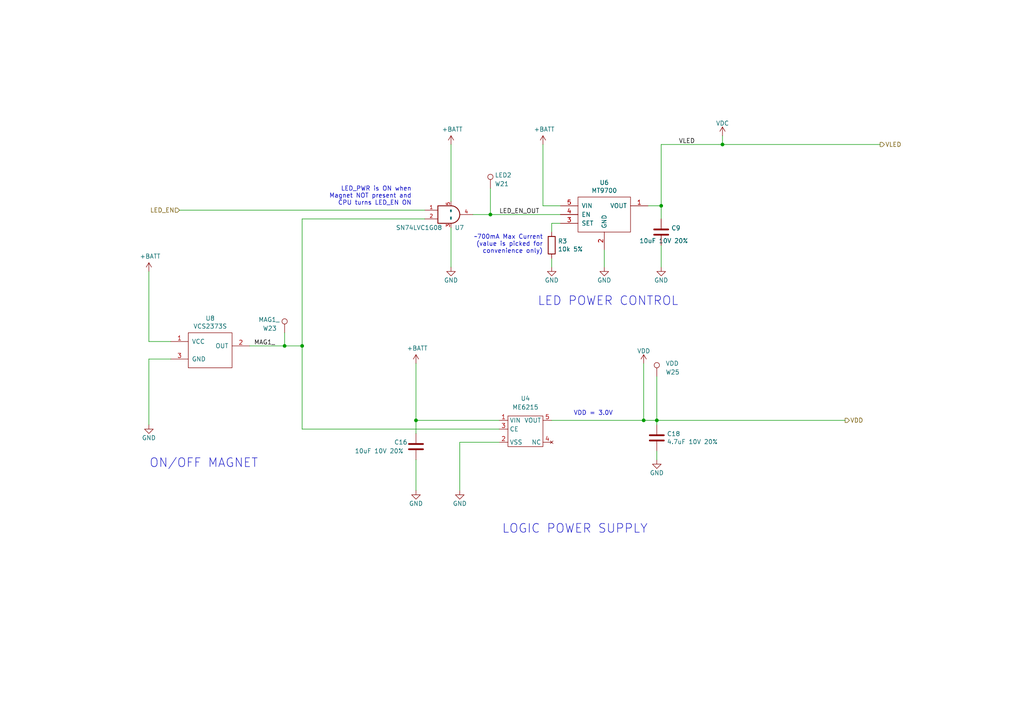
<source format=kicad_sch>
(kicad_sch (version 20230121) (generator eeschema)
  (paper "A4")
  (title_block (title "Pixels D20 Schematic, Power") (date "2020-04-13") (rev "2") (company "Systemic Games, LLC"))
  (lib_symbols
    (symbol "Device:C" (pin_numbers hide) (pin_names (offset 0.254))
      (property "Reference" "C" (at 0.635 2.54 0))
      (property "Value" "C" (at 0.635 -2.54 0))
      (symbol "C_0_1"
        (polyline (pts (xy -2.032 -0.762) (xy 2.032 -0.762)) (stroke (width 0.508)))
        (polyline (pts (xy -2.032 0.762) (xy 2.032 0.762)) (stroke (width 0.508)))
      )
      (symbol "C_1_1"
        (pin passive line (at 0 3.81 270) (length 2.794) (name "~") (number "1"))
        (pin passive line (at 0 -3.81 90) (length 2.794) (name "~") (number "2"))
      )
    )
    (symbol "Device:R" (pin_numbers hide) (pin_names (offset 0))
      (property "Reference" "R" (at 2.032 0 90))
      (property "Value" "R" (at 0 0 90))
      (symbol "R_0_1"
        (rectangle (start -1.016 -2.54) (end 1.016 2.54) (stroke (width 0.254)))
      )
      (symbol "R_1_1"
        (pin passive line (at 0 3.81 270) (length 1.27) (name "~") (number "1"))
        (pin passive line (at 0 -3.81 90) (length 1.27) (name "~") (number "2"))
      )
    )
    (symbol "Pixels-dice:74AHC1G08" (pin_names (offset 1.016))
      (property "Reference" "U" (at -2.54 3.81 0))
      (property "Value" "74AHC1G08" (at 0 -3.81 0))
      (symbol "74AHC1G08_0_1"
        (arc (start 0 -2.54) (mid 2.529 0) (end 0 2.54) (stroke (width 0.254)))
        (polyline (pts (xy 0 -2.54) (xy -3.81 -2.54) (xy -3.81 2.54) (xy 0 2.54)) (stroke (width 0.254)))
      )
      (symbol "74AHC1G08_1_1"
        (pin input line (at -7.62 1.27 0) (length 3.81) (name "~") (number "1"))
        (pin input line (at -7.62 -1.27 0) (length 3.81) (name "~") (number "2"))
        (pin power_in line (at 0 -3.81 90) (length 1.27) (name "GND") (number "3"))
        (pin output line (at 6.35 0 180) (length 3.81) (name "~") (number "4"))
        (pin power_in line (at 0 3.81 270) (length 1.27) (name "VCC") (number "5"))
      )
    )
    (symbol "Pixels-dice:ME6215"
      (property "Reference" "U" (at 3.175 -6.35 0))
      (property "Value" "ME6215" (at 0 5.08 0))
      (symbol "ME6215_0_1"
        (rectangle (start -5.08 3.81) (end 5.08 -5.08))
      )
      (symbol "ME6215_1_1"
        (pin power_in line (at -7.62 2.54 0) (length 2.54) (name "VIN") (number "1"))
        (pin power_in line (at -7.62 -3.81 0) (length 2.54) (name "VSS") (number "2"))
        (pin input line (at -7.62 0 0) (length 2.54) (name "CE") (number "3"))
        (pin no_connect line (at 7.62 -3.81 180) (length 2.54) (name "NC") (number "4"))
        (pin power_out line (at 7.62 2.54 180) (length 2.54) (name "VOUT") (number "5"))
      )
    )
    (symbol "Pixels-dice:MT9700" (pin_names (offset 1.016))
      (property "Reference" "U" (at 6.35 -6.35 0))
      (property "Value" "MT9700" (at 0 6.35 0))
      (symbol "MT9700_0_1"
        (rectangle (start -7.62 5.08) (end 7.62 -5.08))
      )
      (symbol "MT9700_1_1"
        (pin power_out line (at 12.7 2.54 180) (length 5.08) (name "VOUT") (number "1"))
        (pin power_in line (at 0 -10.16 90) (length 5.08) (name "GND") (number "2"))
        (pin input line (at -12.7 -2.54 0) (length 5.08) (name "SET") (number "3"))
        (pin input line (at -12.7 0 0) (length 5.08) (name "EN") (number "4"))
        (pin power_in line (at -12.7 2.54 0) (length 5.08) (name "VIN") (number "5"))
      )
    )
    (symbol "Pixels-dice:TEST_1P-conn" (pin_numbers hide) (pin_names (offset 0.762) hide)
      (property "Reference" "W" (at 0 6.858 0))
      (property "Value" "TEST_1P-conn" (at 0 5.08 0))
      (symbol "TEST_1P-conn_0_1"
        (circle (center 0 3.302) (radius 0.762))
      )
      (symbol "TEST_1P-conn_1_1"
        (pin passive line (at 0 0 90) (length 2.54) (name "1") (number "1"))
      )
    )
    (symbol "Pixels-dice:TMR1366" (pin_names (offset 1.016))
      (property "Reference" "U" (at 3.81 -6.35 0))
      (property "Value" "TMR1366" (at 0 6.35 0))
      (symbol "TMR1366_1_1"
        (rectangle (start -6.35 5.08) (end 6.35 -5.08))
        (pin power_in line (at -11.43 2.54 0) (length 5.08) (name "VCC") (number "1"))
        (pin output line (at 11.43 1.27 180) (length 5.08) (name "OUT") (number "2"))
        (pin power_in line (at -11.43 -2.54 0) (length 5.08) (name "GND") (number "3"))
      )
    )
    (symbol "TEST_1P-conn_1" (pin_numbers hide) (pin_names (offset 0.762) hide) (in_bom no)
      (property "Reference" "W" (at 0 6.858 0))
      (property "Value" "TEST_1P-conn_1" (at 0 5.08 0))
      (symbol "TEST_1P-conn_1_0_1"
        (circle (center 0 3.302) (radius 0.762))
      )
      (symbol "TEST_1P-conn_1_1_1"
        (pin passive line (at 0 0 90) (length 2.54) (name "1") (number "1"))
      )
    )
    (symbol "power:+BATT" (power) (pin_names (offset 0))
      (property "Value" "+BATT" (at 0 3.556 0))
      (symbol "+BATT_0_1"
        (polyline (pts (xy -0.762 1.27) (xy 0 2.54)))
        (polyline (pts (xy 0 0) (xy 0 2.54)))
        (polyline (pts (xy 0 2.54) (xy 0.762 1.27)))
      )
      (symbol "+BATT_1_1"
        (pin power_in line (at 0 0 90) (length 0) hide (name "+BATT") (number "1"))
      )
    )
    (symbol "power:GND" (power) (pin_names (offset 0))
      (property "Value" "GND" (at 0 -3.81 0))
      (symbol "GND_0_1"
        (polyline (pts (xy 0 0) (xy 0 -1.27) (xy 1.27 -1.27) (xy 0 -2.54) (xy -1.27 -1.27) (xy 0 -1.27)))
      )
      (symbol "GND_1_1"
        (pin power_in line (at 0 0 270) (length 0) hide (name "GND") (number "1"))
      )
    )
    (symbol "power:VDC" (power) (pin_names (offset 0))
      (property "Value" "VDC" (at 0 6.35 0))
      (symbol "VDC_0_1"
        (polyline (pts (xy -0.762 1.27) (xy 0 2.54)))
        (polyline (pts (xy 0 0) (xy 0 2.54)))
        (polyline (pts (xy 0 2.54) (xy 0.762 1.27)))
      )
      (symbol "VDC_1_1"
        (pin power_in line (at 0 0 90) (length 0) hide (name "VDC") (number "1"))
      )
    )
    (symbol "power:VDD" (power) (pin_names (offset 0))
      (property "Value" "VDD" (at 0 3.81 0))
      (symbol "VDD_0_1"
        (polyline (pts (xy -0.762 1.27) (xy 0 2.54)))
        (polyline (pts (xy 0 0) (xy 0 2.54)))
        (polyline (pts (xy 0 2.54) (xy 0.762 1.27)))
      )
      (symbol "VDD_1_1"
        (pin power_in line (at 0 0 90) (length 0) hide (name "VDD") (number "1"))
      )
    )
  )
  (junction (at 142.24 62.23))
  (junction (at 209.55 41.91))
  (junction (at 190.5 121.92))
  (junction (at 186.69 121.92))
  (junction (at 87.63 100.33))
  (junction (at 82.55 100.33))
  (junction (at 120.65 121.92))
  (junction (at 191.77 59.69))
  (wire (pts (xy 87.63 100.33) (xy 82.55 100.33)))
  (wire (pts (xy 43.18 78.74) (xy 43.18 99.06)))
  (wire (pts (xy 190.5 121.92) (xy 245.11 121.92)))
  (wire (pts (xy 49.53 104.14) (xy 43.18 104.14)))
  (wire (pts (xy 255.27 41.91) (xy 209.55 41.91)))
  (wire (pts (xy 175.26 72.39) (xy 175.26 77.47)))
  (wire (pts (xy 186.69 121.92) (xy 190.5 121.92)))
  (wire (pts (xy 52.07 60.96) (xy 123.19 60.96)))
  (wire (pts (xy 43.18 104.14) (xy 43.18 123.19)))
  (wire (pts (xy 120.65 133.35) (xy 120.65 142.24)))
  (wire (pts (xy 191.77 63.5) (xy 191.77 59.69)))
  (wire (pts (xy 120.65 121.92) (xy 120.65 125.73)))
  (wire (pts (xy 209.55 41.91) (xy 191.77 41.91)))
  (wire (pts (xy 162.56 59.69) (xy 157.48 59.69)))
  (wire (pts (xy 87.63 63.5) (xy 87.63 100.33)))
  (wire (pts (xy 130.81 66.04) (xy 130.81 77.47)))
  (wire (pts (xy 144.78 128.27) (xy 133.35 128.27)))
  (wire (pts (xy 43.18 99.06) (xy 49.53 99.06)))
  (wire (pts (xy 130.81 41.91) (xy 130.81 58.42)))
  (wire (pts (xy 142.24 62.23) (xy 162.56 62.23)))
  (wire (pts (xy 209.55 39.37) (xy 209.55 41.91)))
  (wire (pts (xy 162.56 64.77) (xy 160.02 64.77)))
  (wire (pts (xy 160.02 74.93) (xy 160.02 77.47)))
  (wire (pts (xy 137.16 62.23) (xy 142.24 62.23)))
  (wire (pts (xy 133.35 128.27) (xy 133.35 142.24)))
  (wire (pts (xy 87.63 124.46) (xy 144.78 124.46)))
  (wire (pts (xy 190.5 109.22) (xy 190.5 121.92)))
  (wire (pts (xy 186.69 105.41) (xy 186.69 121.92)))
  (wire (pts (xy 82.55 100.33) (xy 72.39 100.33)))
  (wire (pts (xy 120.65 121.92) (xy 144.78 121.92)))
  (wire (pts (xy 160.02 64.77) (xy 160.02 67.31)))
  (wire (pts (xy 190.5 121.92) (xy 190.5 123.19)))
  (wire (pts (xy 187.96 59.69) (xy 191.77 59.69)))
  (wire (pts (xy 87.63 100.33) (xy 87.63 124.46)))
  (wire (pts (xy 157.48 41.91) (xy 157.48 59.69)))
  (wire (pts (xy 142.24 54.61) (xy 142.24 62.23)))
  (wire (pts (xy 191.77 41.91) (xy 191.77 59.69)))
  (wire (pts (xy 160.02 121.92) (xy 186.69 121.92)))
  (wire (pts (xy 82.55 96.52) (xy 82.55 100.33)))
  (wire (pts (xy 87.63 63.5) (xy 123.19 63.5)))
  (wire (pts (xy 191.77 71.12) (xy 191.77 77.47)))
  (wire (pts (xy 120.65 105.41) (xy 120.65 121.92)))
  (wire (pts (xy 190.5 130.81) (xy 190.5 133.35)))
  (text "ON/OFF MAGNET" (at 74.93 135.89 0) (effects (font (size 2.54 2.54)) (justify right bottom)))
  (text "LED_PWR is ON when\nMagnet NOT present and\nCPU turns LED_EN ON" (at 119.38 59.69 0) (effects (font (size 1.27 1.27)) (justify right bottom)))
  (text "LOGIC POWER SUPPLY" (at 187.96 154.94 0) (effects (font (size 2.54 2.54)) (justify right bottom)))
  (text "VDD = 3.0V" (at 177.8 120.65 0) (effects (font (size 1.27 1.27)) (justify right bottom)))
  (text "LED POWER CONTROL" (at 196.85 88.9 0) (effects (font (size 2.54 2.54)) (justify right bottom)))
  (text "~700mA Max Current\n(value is picked for\nconvenience only)" (at 157.48 73.66 0) (effects (font (size 1.27 1.27)) (justify right bottom)))
  (label "MAG1_" (at 73.66 100.33 0))
  (label "VLED" (at 196.85 41.91 0))
  (label "LED_EN_OUT" (at 144.78 62.23 0))
  (hierarchical_label "LED_EN" (shape input) (at 52.07 60.96 180))
  (hierarchical_label "VDD" (shape output) (at 245.11 121.92 0))
  (hierarchical_label "VLED" (shape output) (at 255.27 41.91 0))
  (symbol (lib_id "Pixels-dice:TEST_1P-conn") (at 142.24 54.61 0) (unit 1) (in_bom no)
    (property "Reference" "W21" (at 143.51 53.34 0) (effects (justify left)))
    (property "Value" "LED2" (at 143.51 50.8 0) (effects (justify left)))
    (property "Footprint" "Pixels-dice:TEST_PIN" (effects hide))
    (property "Generic OK" "N/A" (effects hide))
  )
  (symbol (lib_id "power:+BATT") (at 157.48 41.91 0) (unit 1)
    (property "Reference" "#PWR033" (effects hide))
    (property "Value" "+BATT" (at 157.861 37.5158 0))
  )
  (symbol (lib_id "power:GND") (at 175.26 77.47 0) (unit 1)
    (property "Reference" "#PWR038" (effects hide))
    (property "Value" "GND" (at 175.26 81.28 0))
  )
  (symbol (lib_id "power:GND") (at 43.18 123.19 0) (unit 1)
    (property "Reference" "#PWR039" (effects hide))
    (property "Value" "GND" (at 43.18 127 0))
  )
  (symbol (lib_id "power:+BATT") (at 43.18 78.74 0) (unit 1)
    (property "Reference" "#PWR036" (effects hide))
    (property "Value" "+BATT" (at 43.561 74.3458 0))
  )
  (symbol (lib_id "Pixels-dice:TEST_1P-conn") (at 82.55 96.52 0) (unit 1) (in_bom no)
    (property "Reference" "W23" (at 76.2 95.25 0) (effects (justify left)))
    (property "Value" "MAG1_" (at 74.93 92.71 0) (effects (justify left)))
    (property "Footprint" "Pixels-dice:TEST_PIN" (effects hide))
    (property "Generic OK" "N/A" (effects hide))
  )
  (symbol (lib_id "Pixels-dice:74AHC1G08") (at 130.81 62.23 0) (unit 1)
    (property "Reference" "U7" (at 134.62 66.04 0) (effects (justify right)))
    (property "Value" "SN74LVC1G08" (at 128.27 66.04 0) (effects (justify right)))
    (property "Footprint" "Pixels-dice:SOT-353_SC-70-5" (effects hide))
    (property "Datasheet" "http://www.ti.com/lit/sg/scyt129e/scyt129e.pdf" (effects hide))
    (property "Generic OK" "YES" (effects hide))
    (property "Manufacturer" "UMW(Youtai Semiconductor Co., Ltd.)" (effects hide))
    (property "Manufacturer Part Number" "SN74LVC1G08DCKR" (effects hide))
    (property "Pixels Part Number" "SMD-U007" (effects hide))
  )
  (symbol (lib_id "power:+BATT") (at 130.81 41.91 0) (unit 1)
    (property "Reference" "#PWR020" (effects hide))
    (property "Value" "+BATT" (at 131.191 37.5158 0))
  )
  (symbol (lib_id "power:GND") (at 130.81 77.47 0) (unit 1)
    (property "Reference" "#PWR034" (effects hide))
    (property "Value" "GND" (at 130.81 81.28 0))
  )
  (symbol (lib_id "Pixels-dice:TMR1366") (at 60.96 101.6 0) (unit 1)
    (property "Reference" "U8" (at 60.96 92.329 0))
    (property "Value" "VCS2373S" (at 60.96 94.6404 0))
    (property "Footprint" "Package_TO_SOT_SMD:SOT-23" (effects hide))
    (property "Generic OK" "NO" (effects hide))
    (property "Manufacturer" "HUAXIN" (effects hide))
    (property "Manufacturer Part Number" "VCS2373S" (effects hide))
    (property "Pixels Part Number" "SMD-U008-ALT8" (effects hide))
  )
  (symbol (lib_id "Device:C") (at 191.77 67.31 0) (unit 1)
    (property "Reference" "C9" (at 194.691 66.1416 0) (effects (justify left)))
    (property "Value" "10uF 10V 20%" (at 185.42 69.85 0) (effects (justify left)))
    (property "Footprint" "Pixels-dice:C_0402_1005Metric" (effects hide))
    (property "Generic OK" "YES" (effects hide))
    (property "Pixels Part Number" "SMD-C002" (effects hide))
    (property "Manufacturer" "Murata" (effects hide))
    (property "Manufacturer Part Number" "GRM155R60J106ME05D" (effects hide))
  )
  (symbol (lib_id "power:GND") (at 191.77 77.47 0) (unit 1)
    (property "Reference" "#PWR0142" (effects hide))
    (property "Value" "GND" (at 191.77 81.28 0))
  )
  (symbol (lib_id "Pixels-dice:MT9700") (at 175.26 62.23 0) (unit 1)
    (property "Reference" "U6" (at 175.26 52.959 0))
    (property "Value" "MT9700" (at 175.26 55.2704 0))
    (property "Footprint" "Pixels-dice:SOT-23-5" (effects hide))
    (property "Manufacturer" "XI'AN Aerosemi Tech" (effects hide))
    (property "Manufacturer Part Number" "MT9700" (effects hide))
    (property "Pixels Part Number" "SMD-U006-ALT2" (effects hide))
    (property "Generic OK" "NO" (effects hide))
  )
  (symbol (lib_id "Device:R") (at 160.02 71.12 0) (unit 1)
    (property "Reference" "R3" (at 161.798 69.9516 0) (effects (justify left)))
    (property "Value" "10k 5%" (at 161.798 72.263 0) (effects (justify left)))
    (property "Footprint" "Resistor_SMD:R_0402_1005Metric" (effects hide))
    (property "Generic OK" "YES" (effects hide))
    (property "Manufacturer" "UNI-ROYAL(Uniroyal Elec)" (effects hide))
    (property "Manufacturer Part Number" "0402WGJ0103TCE" (effects hide))
    (property "Pixels Part Number" "SMD-R002" (effects hide))
  )
  (symbol (lib_id "power:GND") (at 160.02 77.47 0) (unit 1)
    (property "Reference" "#PWR0101" (effects hide))
    (property "Value" "GND" (at 160.02 81.28 0))
  )
  (symbol (lib_id "power:VDD") (at 186.69 105.41 0) (unit 1)
    (property "Reference" "#PWR0156" (effects hide))
    (property "Value" "VDD" (at 186.69 101.8055 0))
  )
  (symbol (lib_id "power:VDC") (at 209.55 39.37 0) (unit 1)
    (property "Reference" "#PWR026" (effects hide))
    (property "Value" "VDC" (at 209.55 35.7655 0))
  )
  (symbol (lib_id "power:GND") (at 120.65 142.24 0) (unit 1)
    (property "Reference" "#PWR0158" (effects hide))
    (property "Value" "GND" (at 120.65 146.05 0))
  )
  (symbol (lib_id "Device:C") (at 190.5 127 0) (unit 1)
    (property "Reference" "C18" (at 193.421 125.8316 0) (effects (justify left)))
    (property "Value" "4.7uF 10V 20%" (at 193.421 128.143 0) (effects (justify left)))
    (property "Footprint" "Pixels-dice:C_0402_1005Metric" (effects hide))
    (property "Generic OK" "YES" (effects hide))
    (property "Pixels Part Number" "SMD-C002" (effects hide))
    (property "Manufacturer" "Murata" (effects hide))
    (property "Manufacturer Part Number" "GRM155R61A475MEAAJ" (effects hide))
  )
  (symbol (lib_id "power:+BATT") (at 120.65 105.41 0) (unit 1)
    (property "Reference" "#PWR0157" (effects hide))
    (property "Value" "+BATT" (at 121.031 101.0158 0))
  )
  (symbol (lib_id "Pixels-dice:ME6215") (at 152.4 124.46 0) (unit 1)
    (property "Reference" "U4" (at 152.4 115.57 0))
    (property "Value" "ME6215" (at 152.4 118.11 0))
    (property "Footprint" "Pixels-dice:SOT-23-5" (effects hide))
    (property "Generic OK" "NO" (effects hide))
    (property "Manufacturer" "MICRONE(Nanjing Micro One Elec)" (effects hide))
    (property "Manufacturer Part Number" "ME6215C30M5G" (effects hide))
  )
  (symbol (lib_id "power:GND") (at 190.5 133.35 0) (unit 1)
    (property "Reference" "#PWR0155" (effects hide))
    (property "Value" "GND" (at 190.5 137.16 0))
  )
  (symbol (lib_name "TEST_1P-conn_1") (lib_id "Pixels-dice:TEST_1P-conn") (at 190.5 109.22 0) (unit 1) (in_bom no)
    (property "Reference" "W25" (at 193.04 107.95 0) (effects (justify left)))
    (property "Value" "VDD" (at 193.04 105.41 0) (effects (justify left)))
    (property "Footprint" "Pixels-dice:TEST_PIN" (effects hide))
    (property "Generic OK" "N/A" (effects hide))
  )
  (symbol (lib_id "power:GND") (at 133.35 142.24 0) (unit 1)
    (property "Reference" "#PWR0159" (effects hide))
    (property "Value" "GND" (at 133.35 146.05 0))
  )
  (symbol (lib_id "Device:C") (at 120.65 129.54 0) (unit 1)
    (property "Reference" "C16" (at 114.3 128.27 0) (effects (justify left)))
    (property "Value" "10uF 10V 20%" (at 102.87 130.81 0) (effects (justify left)))
    (property "Footprint" "Pixels-dice:C_0402_1005Metric" (effects hide))
    (property "Generic OK" "YES" (effects hide))
    (property "Pixels Part Number" "SMD-C002" (effects hide))
    (property "Manufacturer" "Murata" (effects hide))
    (property "Manufacturer Part Number" "GRM155R60J106ME05D" (effects hide))
  )
)
</source>
